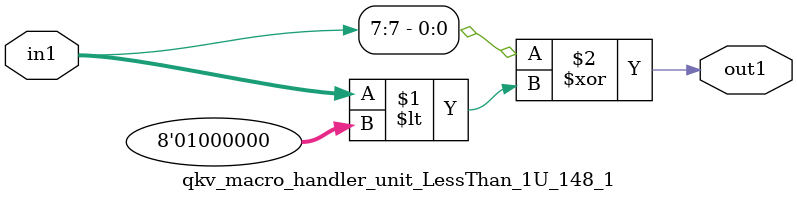
<source format=v>

`timescale 1ps / 1ps


module qkv_macro_handler_unit_LessThan_1U_148_1( in1, out1 );

    input [7:0] in1;
    output out1;

    
    // rtl_process:qkv_macro_handler_unit_LessThan_1U_148_1/qkv_macro_handler_unit_LessThan_1U_148_1_thread_1
    assign out1 = (in1[7] ^ in1 < 8'd064);

endmodule


</source>
